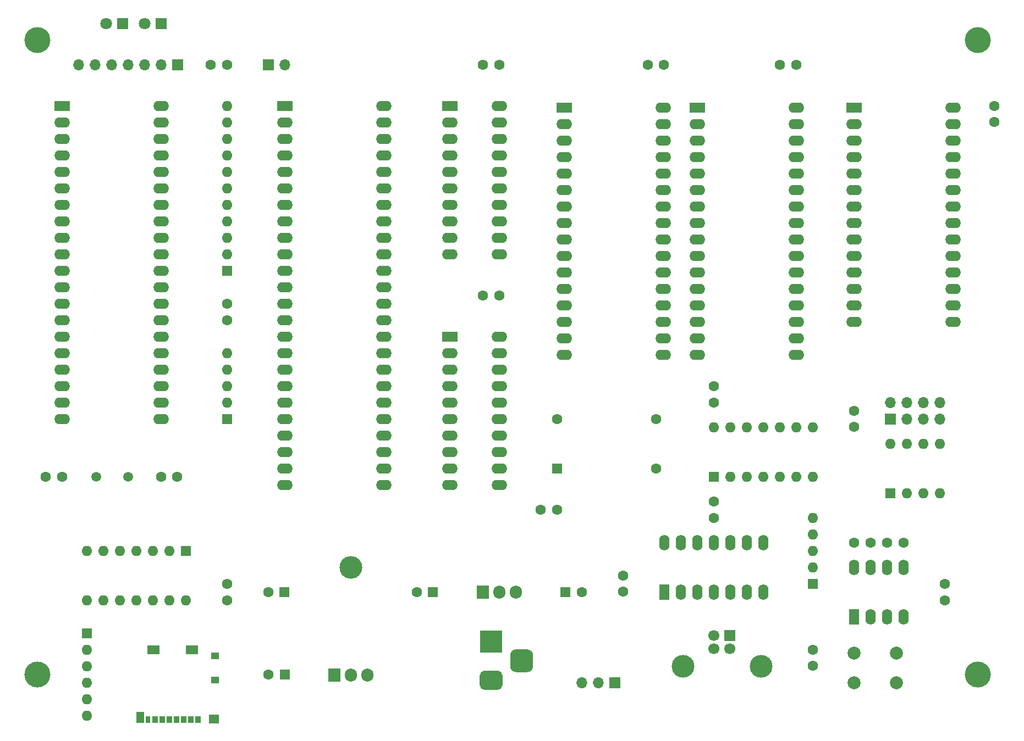
<source format=gts>
G04 #@! TF.GenerationSoftware,KiCad,Pcbnew,(5.1.10)-1*
G04 #@! TF.CreationDate,2021-12-01T19:10:52-06:00*
G04 #@! TF.ProjectId,68k8,36386b38-2e6b-4696-9361-645f70636258,rev?*
G04 #@! TF.SameCoordinates,Original*
G04 #@! TF.FileFunction,Soldermask,Top*
G04 #@! TF.FilePolarity,Negative*
%FSLAX46Y46*%
G04 Gerber Fmt 4.6, Leading zero omitted, Abs format (unit mm)*
G04 Created by KiCad (PCBNEW (5.1.10)-1) date 2021-12-01 19:10:52*
%MOMM*%
%LPD*%
G01*
G04 APERTURE LIST*
%ADD10C,1.600000*%
%ADD11R,2.400000X1.600000*%
%ADD12O,2.400000X1.600000*%
%ADD13C,1.800000*%
%ADD14R,1.800000X1.800000*%
%ADD15C,4.000000*%
%ADD16R,1.600000X1.600000*%
%ADD17R,3.500000X3.500000*%
%ADD18R,1.700000X1.700000*%
%ADD19O,1.700000X1.700000*%
%ADD20C,1.700000*%
%ADD21C,3.500000*%
%ADD22R,0.850000X1.100000*%
%ADD23R,0.750000X1.100000*%
%ADD24R,1.170000X1.800000*%
%ADD25R,1.550000X1.350000*%
%ADD26R,1.200000X1.000000*%
%ADD27R,1.900000X1.350000*%
%ADD28O,1.600000X1.600000*%
%ADD29C,2.000000*%
%ADD30O,3.500000X3.500000*%
%ADD31R,1.905000X2.000000*%
%ADD32O,1.905000X2.000000*%
%ADD33R,1.600000X2.400000*%
%ADD34O,1.600000X2.400000*%
%ADD35C,1.500000*%
G04 APERTURE END LIST*
D10*
X233680000Y-21590000D03*
X236180000Y-21590000D03*
D11*
X220805000Y-28245000D03*
D12*
X236045000Y-66345000D03*
X220805000Y-30785000D03*
X236045000Y-63805000D03*
X220805000Y-33325000D03*
X236045000Y-61265000D03*
X220805000Y-35865000D03*
X236045000Y-58725000D03*
X220805000Y-38405000D03*
X236045000Y-56185000D03*
X220805000Y-40945000D03*
X236045000Y-53645000D03*
X220805000Y-43485000D03*
X236045000Y-51105000D03*
X220805000Y-46025000D03*
X236045000Y-48565000D03*
X220805000Y-48565000D03*
X236045000Y-46025000D03*
X220805000Y-51105000D03*
X236045000Y-43485000D03*
X220805000Y-53645000D03*
X236045000Y-40945000D03*
X220805000Y-56185000D03*
X236045000Y-38405000D03*
X220805000Y-58725000D03*
X236045000Y-35865000D03*
X220805000Y-61265000D03*
X236045000Y-33325000D03*
X220805000Y-63805000D03*
X236045000Y-30785000D03*
X220805000Y-66345000D03*
X236045000Y-28245000D03*
D13*
X150310000Y-15240000D03*
D14*
X152850000Y-15240000D03*
D13*
X156210000Y-15240000D03*
D14*
X158750000Y-15240000D03*
D15*
X139700000Y-17780000D03*
X139700000Y-115570000D03*
X284480000Y-115570000D03*
X284480000Y-17780000D03*
D12*
X193040000Y-27940000D03*
X177800000Y-86360000D03*
X193040000Y-30480000D03*
X177800000Y-83820000D03*
X193040000Y-33020000D03*
X177800000Y-81280000D03*
X193040000Y-35560000D03*
X177800000Y-78740000D03*
X193040000Y-38100000D03*
X177800000Y-76200000D03*
X193040000Y-40640000D03*
X177800000Y-73660000D03*
X193040000Y-43180000D03*
X177800000Y-71120000D03*
X193040000Y-45720000D03*
X177800000Y-68580000D03*
X193040000Y-48260000D03*
X177800000Y-66040000D03*
X193040000Y-50800000D03*
X177800000Y-63500000D03*
X193040000Y-53340000D03*
X177800000Y-60960000D03*
X193040000Y-55880000D03*
X177800000Y-58420000D03*
X193040000Y-58420000D03*
X177800000Y-55880000D03*
X193040000Y-60960000D03*
X177800000Y-53340000D03*
X193040000Y-63500000D03*
X177800000Y-50800000D03*
X193040000Y-66040000D03*
X177800000Y-48260000D03*
X193040000Y-68580000D03*
X177800000Y-45720000D03*
X193040000Y-71120000D03*
X177800000Y-43180000D03*
X193040000Y-73660000D03*
X177800000Y-40640000D03*
X193040000Y-76200000D03*
X177800000Y-38100000D03*
X193040000Y-78740000D03*
X177800000Y-35560000D03*
X193040000Y-81280000D03*
X177800000Y-33020000D03*
X193040000Y-83820000D03*
X177800000Y-30480000D03*
X193040000Y-86360000D03*
D11*
X177800000Y-27940000D03*
D10*
X158750000Y-85090000D03*
X161250000Y-85090000D03*
X141010000Y-85090000D03*
X143510000Y-85090000D03*
X175300000Y-115570000D03*
D16*
X177800000Y-115570000D03*
X200620000Y-102870000D03*
D10*
X198120000Y-102870000D03*
X175260000Y-102870000D03*
D16*
X177760000Y-102870000D03*
X221020000Y-102870000D03*
D10*
X223520000Y-102870000D03*
X243840000Y-88940000D03*
X243840000Y-91440000D03*
X168910000Y-58460000D03*
X168910000Y-60960000D03*
X168910000Y-104140000D03*
X168910000Y-101640000D03*
X208320000Y-57150000D03*
X210820000Y-57150000D03*
X219710000Y-90170000D03*
X217210000Y-90170000D03*
X279400000Y-104140000D03*
X279400000Y-101640000D03*
X270550000Y-95250000D03*
X273050000Y-95250000D03*
X267970000Y-95250000D03*
X265470000Y-95250000D03*
X259080000Y-114260000D03*
X259080000Y-111760000D03*
X256540000Y-21590000D03*
X254040000Y-21590000D03*
X287020000Y-27940000D03*
X287020000Y-30440000D03*
X168910000Y-21590000D03*
X166410000Y-21590000D03*
X229870000Y-100330000D03*
X229870000Y-102830000D03*
X265430000Y-74930000D03*
X265430000Y-77430000D03*
X243840000Y-71160000D03*
X243840000Y-73660000D03*
X210820000Y-21590000D03*
X208320000Y-21590000D03*
D16*
X219710000Y-83820000D03*
D10*
X219710000Y-76200000D03*
X234950000Y-76200000D03*
X234950000Y-83820000D03*
D17*
X209550000Y-110490000D03*
G36*
G01*
X210550000Y-117990000D02*
X208550000Y-117990000D01*
G75*
G02*
X207800000Y-117240000I0J750000D01*
G01*
X207800000Y-115740000D01*
G75*
G02*
X208550000Y-114990000I750000J0D01*
G01*
X210550000Y-114990000D01*
G75*
G02*
X211300000Y-115740000I0J-750000D01*
G01*
X211300000Y-117240000D01*
G75*
G02*
X210550000Y-117990000I-750000J0D01*
G01*
G37*
G36*
G01*
X215125000Y-115240000D02*
X213375000Y-115240000D01*
G75*
G02*
X212500000Y-114365000I0J875000D01*
G01*
X212500000Y-112615000D01*
G75*
G02*
X213375000Y-111740000I875000J0D01*
G01*
X215125000Y-111740000D01*
G75*
G02*
X216000000Y-112615000I0J-875000D01*
G01*
X216000000Y-114365000D01*
G75*
G02*
X215125000Y-115240000I-875000J0D01*
G01*
G37*
D18*
X175260000Y-21590000D03*
D19*
X177800000Y-21590000D03*
D18*
X228600000Y-116840000D03*
D19*
X226060000Y-116840000D03*
X223520000Y-116840000D03*
D18*
X246340000Y-109590000D03*
D20*
X243840000Y-109590000D03*
X243840000Y-111590000D03*
X246340000Y-111590000D03*
D21*
X251110000Y-114300000D03*
X239070000Y-114300000D03*
D18*
X161290000Y-21590000D03*
D19*
X158750000Y-21590000D03*
X156210000Y-21590000D03*
X153670000Y-21590000D03*
X151130000Y-21590000D03*
X148590000Y-21590000D03*
X146050000Y-21590000D03*
D22*
X164395000Y-122585000D03*
D23*
X156745000Y-122585000D03*
D22*
X163295000Y-122585000D03*
X162195000Y-122585000D03*
X161095000Y-122585000D03*
X159995000Y-122585000D03*
X158895000Y-122585000D03*
X157795000Y-122585000D03*
D24*
X155535000Y-122235000D03*
D25*
X166855000Y-122460000D03*
D26*
X167030000Y-112735000D03*
X167030000Y-116435000D03*
D27*
X163530000Y-111760000D03*
X157560000Y-111760000D03*
D18*
X271018000Y-76200000D03*
D19*
X271018000Y-73660000D03*
X273558000Y-76200000D03*
X273558000Y-73660000D03*
X276098000Y-76200000D03*
X276098000Y-73660000D03*
X278638000Y-76200000D03*
X278638000Y-73660000D03*
D16*
X168910000Y-53340000D03*
D28*
X168910000Y-50800000D03*
X168910000Y-48260000D03*
X168910000Y-45720000D03*
X168910000Y-43180000D03*
X168910000Y-40640000D03*
X168910000Y-38100000D03*
X168910000Y-35560000D03*
X168910000Y-33020000D03*
X168910000Y-30480000D03*
X168910000Y-27940000D03*
X259080000Y-91440000D03*
X259080000Y-93980000D03*
X259080000Y-96520000D03*
X259080000Y-99060000D03*
D16*
X259080000Y-101600000D03*
X168910000Y-76200000D03*
D28*
X168910000Y-73660000D03*
X168910000Y-71120000D03*
X168910000Y-68580000D03*
X168910000Y-66040000D03*
D16*
X147320000Y-109220000D03*
D28*
X147320000Y-111760000D03*
X147320000Y-114300000D03*
X147320000Y-116840000D03*
X147320000Y-119380000D03*
X147320000Y-121920000D03*
D29*
X271930000Y-112340000D03*
X271930000Y-116840000D03*
X265430000Y-112340000D03*
X265430000Y-116840000D03*
D30*
X187960000Y-99060000D03*
D31*
X185420000Y-115720000D03*
D32*
X187960000Y-115720000D03*
X190500000Y-115720000D03*
D31*
X208280000Y-102870000D03*
D32*
X210820000Y-102870000D03*
X213360000Y-102870000D03*
D28*
X162560000Y-104140000D03*
X147320000Y-96520000D03*
X160020000Y-104140000D03*
X149860000Y-96520000D03*
X157480000Y-104140000D03*
X152400000Y-96520000D03*
X154940000Y-104140000D03*
X154940000Y-96520000D03*
X152400000Y-104140000D03*
X157480000Y-96520000D03*
X149860000Y-104140000D03*
X160020000Y-96520000D03*
X147320000Y-104140000D03*
D16*
X162560000Y-96520000D03*
D11*
X203200000Y-63500000D03*
D12*
X210820000Y-86360000D03*
X203200000Y-66040000D03*
X210820000Y-83820000D03*
X203200000Y-68580000D03*
X210820000Y-81280000D03*
X203200000Y-71120000D03*
X210820000Y-78740000D03*
X203200000Y-73660000D03*
X210820000Y-76200000D03*
X203200000Y-76200000D03*
X210820000Y-73660000D03*
X203200000Y-78740000D03*
X210820000Y-71120000D03*
X203200000Y-81280000D03*
X210820000Y-68580000D03*
X203200000Y-83820000D03*
X210820000Y-66040000D03*
X203200000Y-86360000D03*
X210820000Y-63500000D03*
D33*
X265430000Y-106680000D03*
D34*
X273050000Y-99060000D03*
X267970000Y-106680000D03*
X270510000Y-99060000D03*
X270510000Y-106680000D03*
X267970000Y-99060000D03*
X273050000Y-106680000D03*
X265430000Y-99060000D03*
D12*
X256540000Y-28245000D03*
X241300000Y-66345000D03*
X256540000Y-30785000D03*
X241300000Y-63805000D03*
X256540000Y-33325000D03*
X241300000Y-61265000D03*
X256540000Y-35865000D03*
X241300000Y-58725000D03*
X256540000Y-38405000D03*
X241300000Y-56185000D03*
X256540000Y-40945000D03*
X241300000Y-53645000D03*
X256540000Y-43485000D03*
X241300000Y-51105000D03*
X256540000Y-46025000D03*
X241300000Y-48565000D03*
X256540000Y-48565000D03*
X241300000Y-46025000D03*
X256540000Y-51105000D03*
X241300000Y-43485000D03*
X256540000Y-53645000D03*
X241300000Y-40945000D03*
X256540000Y-56185000D03*
X241300000Y-38405000D03*
X256540000Y-58725000D03*
X241300000Y-35865000D03*
X256540000Y-61265000D03*
X241300000Y-33325000D03*
X256540000Y-63805000D03*
X241300000Y-30785000D03*
X256540000Y-66345000D03*
D11*
X241300000Y-28245000D03*
X265430000Y-28245000D03*
D12*
X280670000Y-61265000D03*
X265430000Y-30785000D03*
X280670000Y-58725000D03*
X265430000Y-33325000D03*
X280670000Y-56185000D03*
X265430000Y-35865000D03*
X280670000Y-53645000D03*
X265430000Y-38405000D03*
X280670000Y-51105000D03*
X265430000Y-40945000D03*
X280670000Y-48565000D03*
X265430000Y-43485000D03*
X280670000Y-46025000D03*
X265430000Y-46025000D03*
X280670000Y-43485000D03*
X265430000Y-48565000D03*
X280670000Y-40945000D03*
X265430000Y-51105000D03*
X280670000Y-38405000D03*
X265430000Y-53645000D03*
X280670000Y-35865000D03*
X265430000Y-56185000D03*
X280670000Y-33325000D03*
X265430000Y-58725000D03*
X280670000Y-30785000D03*
X265430000Y-61265000D03*
X280670000Y-28245000D03*
D11*
X143510000Y-27940000D03*
D12*
X158750000Y-76200000D03*
X143510000Y-30480000D03*
X158750000Y-73660000D03*
X143510000Y-33020000D03*
X158750000Y-71120000D03*
X143510000Y-35560000D03*
X158750000Y-68580000D03*
X143510000Y-38100000D03*
X158750000Y-66040000D03*
X143510000Y-40640000D03*
X158750000Y-63500000D03*
X143510000Y-43180000D03*
X158750000Y-60960000D03*
X143510000Y-45720000D03*
X158750000Y-58420000D03*
X143510000Y-48260000D03*
X158750000Y-55880000D03*
X143510000Y-50800000D03*
X158750000Y-53340000D03*
X143510000Y-53340000D03*
X158750000Y-50800000D03*
X143510000Y-55880000D03*
X158750000Y-48260000D03*
X143510000Y-58420000D03*
X158750000Y-45720000D03*
X143510000Y-60960000D03*
X158750000Y-43180000D03*
X143510000Y-63500000D03*
X158750000Y-40640000D03*
X143510000Y-66040000D03*
X158750000Y-38100000D03*
X143510000Y-68580000D03*
X158750000Y-35560000D03*
X143510000Y-71120000D03*
X158750000Y-33020000D03*
X143510000Y-73660000D03*
X158750000Y-30480000D03*
X143510000Y-76200000D03*
X158750000Y-27940000D03*
D33*
X236220000Y-102870000D03*
D34*
X251460000Y-95250000D03*
X238760000Y-102870000D03*
X248920000Y-95250000D03*
X241300000Y-102870000D03*
X246380000Y-95250000D03*
X243840000Y-102870000D03*
X243840000Y-95250000D03*
X246380000Y-102870000D03*
X241300000Y-95250000D03*
X248920000Y-102870000D03*
X238760000Y-95250000D03*
X251460000Y-102870000D03*
X236220000Y-95250000D03*
D16*
X271018000Y-87630000D03*
D28*
X278638000Y-80010000D03*
X273558000Y-87630000D03*
X276098000Y-80010000D03*
X276098000Y-87630000D03*
X273558000Y-80010000D03*
X278638000Y-87630000D03*
X271018000Y-80010000D03*
D16*
X243840000Y-85090000D03*
D28*
X259080000Y-77470000D03*
X246380000Y-85090000D03*
X256540000Y-77470000D03*
X248920000Y-85090000D03*
X254000000Y-77470000D03*
X251460000Y-85090000D03*
X251460000Y-77470000D03*
X254000000Y-85090000D03*
X248920000Y-77470000D03*
X256540000Y-85090000D03*
X246380000Y-77470000D03*
X259080000Y-85090000D03*
X243840000Y-77470000D03*
D12*
X210820000Y-27940000D03*
X203200000Y-50800000D03*
X210820000Y-30480000D03*
X203200000Y-48260000D03*
X210820000Y-33020000D03*
X203200000Y-45720000D03*
X210820000Y-35560000D03*
X203200000Y-43180000D03*
X210820000Y-38100000D03*
X203200000Y-40640000D03*
X210820000Y-40640000D03*
X203200000Y-38100000D03*
X210820000Y-43180000D03*
X203200000Y-35560000D03*
X210820000Y-45720000D03*
X203200000Y-33020000D03*
X210820000Y-48260000D03*
X203200000Y-30480000D03*
X210820000Y-50800000D03*
D11*
X203200000Y-27940000D03*
D35*
X153670000Y-85090000D03*
X148770000Y-85090000D03*
M02*

</source>
